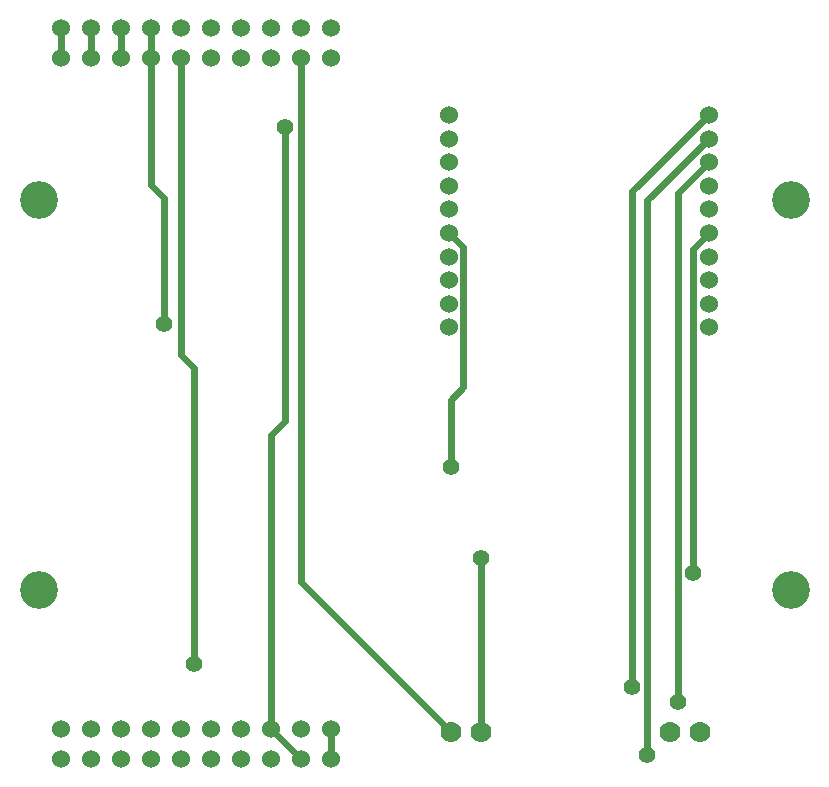
<source format=gbl>
*
*
G04 PADS 9.3.1 Build Number: 456998 generated Gerber (RS-274-X) file*
G04 PC Version=2.1*
*
%IN "DriveControl.pcb"*%
*
%MOIN*%
*
%FSLAX35Y35*%
*
*
*
*
G04 PC Standard Apertures*
*
*
G04 Thermal Relief Aperture macro.*
%AMTER*
1,1,$1,0,0*
1,0,$1-$2,0,0*
21,0,$3,$4,0,0,45*
21,0,$3,$4,0,0,135*
%
*
*
G04 Annular Aperture macro.*
%AMANN*
1,1,$1,0,0*
1,0,$2,0,0*
%
*
*
G04 Odd Aperture macro.*
%AMODD*
1,1,$1,0,0*
1,0,$1-0.005,0,0*
%
*
*
G04 PC Custom Aperture Macros*
*
*
*
*
*
*
G04 PC Aperture Table*
*
%ADD010C,0.001*%
%ADD026C,0.06*%
%ADD037C,0.055*%
%ADD051C,0.07*%
%ADD188C,0.12598*%
%ADD189C,0.024*%
*
*
*
*
G04 PC Circuitry*
G04 Layer Name DriveControl.pcb - circuitry*
%LPD*%
*
*
G04 PC Custom Flashes*
G04 Layer Name DriveControl.pcb - flashes*
%LPD*%
*
*
G04 PC Circuitry*
G04 Layer Name DriveControl.pcb - circuitry*
%LPD*%
*
G54D10*
G54D26*
G01X150520Y223299D03*
Y215425D03*
Y207551D03*
Y199677D03*
Y191803D03*
Y183929D03*
Y176055D03*
Y168181D03*
Y160307D03*
Y152433D03*
X21067Y8508D03*
Y18508D03*
X31067Y8508D03*
Y18508D03*
X41067Y8508D03*
Y18508D03*
X51067Y8508D03*
Y18508D03*
X61067Y8508D03*
Y18508D03*
X71067Y8508D03*
Y18508D03*
X81067Y8508D03*
Y18508D03*
X91067Y8508D03*
Y18508D03*
X101067Y8508D03*
Y18508D03*
X111067Y8508D03*
Y18508D03*
X21067Y242258D03*
Y252258D03*
X31067Y242258D03*
Y252258D03*
X41067Y242258D03*
Y252258D03*
X51067Y242258D03*
Y252258D03*
X61067Y242258D03*
Y252258D03*
X71067Y242258D03*
Y252258D03*
X81067Y242258D03*
Y252258D03*
X91067Y242258D03*
Y252258D03*
X101067Y242258D03*
Y252258D03*
X111067Y242258D03*
Y252258D03*
X237134Y223299D03*
Y215425D03*
Y207551D03*
Y199677D03*
Y191803D03*
Y183929D03*
Y176055D03*
Y168181D03*
Y160307D03*
Y152433D03*
G54D37*
X216693Y10079D03*
X226772Y27717D03*
X211654Y32756D03*
X65512Y40315D03*
X161260Y75591D03*
X231811Y70551D03*
X151181Y105827D03*
X55433Y153701D03*
X95748Y219213D03*
G54D51*
X151181Y17638D03*
X161181D03*
X234331D03*
X224331D03*
G54D188*
X13780Y64961D03*
Y194882D03*
X264567D03*
Y64961D03*
G54D189*
X101067Y8508D02*
X91067Y18508D01*
X111067Y8508D02*
Y18508D01*
X151181Y17638D02*
X101067Y67752D01*
Y242258*
X161181Y17638D02*
Y46950D01*
X161260Y47029*
Y75591*
X216693Y10079D02*
Y194984D01*
X237134Y215425*
X91067Y18508D02*
Y116645D01*
X95748Y121326*
Y219213*
X226772Y27717D02*
Y197388D01*
X233470Y204086*
X233669*
X237134Y207551*
X211654Y32756D02*
Y197819D01*
X237134Y223299*
X65512Y40315D02*
Y138939D01*
X61067Y143384*
Y242258*
X231811Y70551D02*
Y178606D01*
X237134Y183929*
X151181Y105827D02*
Y128342D01*
X155320Y132480*
Y179129*
X150520Y183929*
X55433Y153701D02*
Y195671D01*
X51067Y200037*
Y242258*
X21067D02*
Y252258D01*
X31067Y242258D02*
Y252258D01*
X41067Y242258D02*
Y252258D01*
X51067Y242258D02*
Y252258D01*
X0Y0D02*
M02*

</source>
